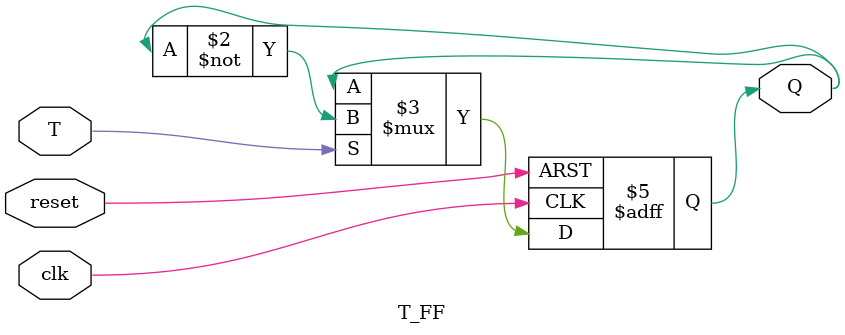
<source format=v>
module T_FF (
    input wire T,     // Entrada T
    input wire clk,   // Reloj
    input wire reset, // Señal de reset asincrónico
    output reg Q      // Salida Q
);

    always @(posedge clk or posedge reset) begin
        if (reset) begin
            Q <= 1'b0; // Reset, establece Q a 0
        end else begin
            if (T) begin
                Q <= ~Q; // Invierte Q en el flanco de subida del reloj si T es 1
            end
        end
    end

endmodule

</source>
